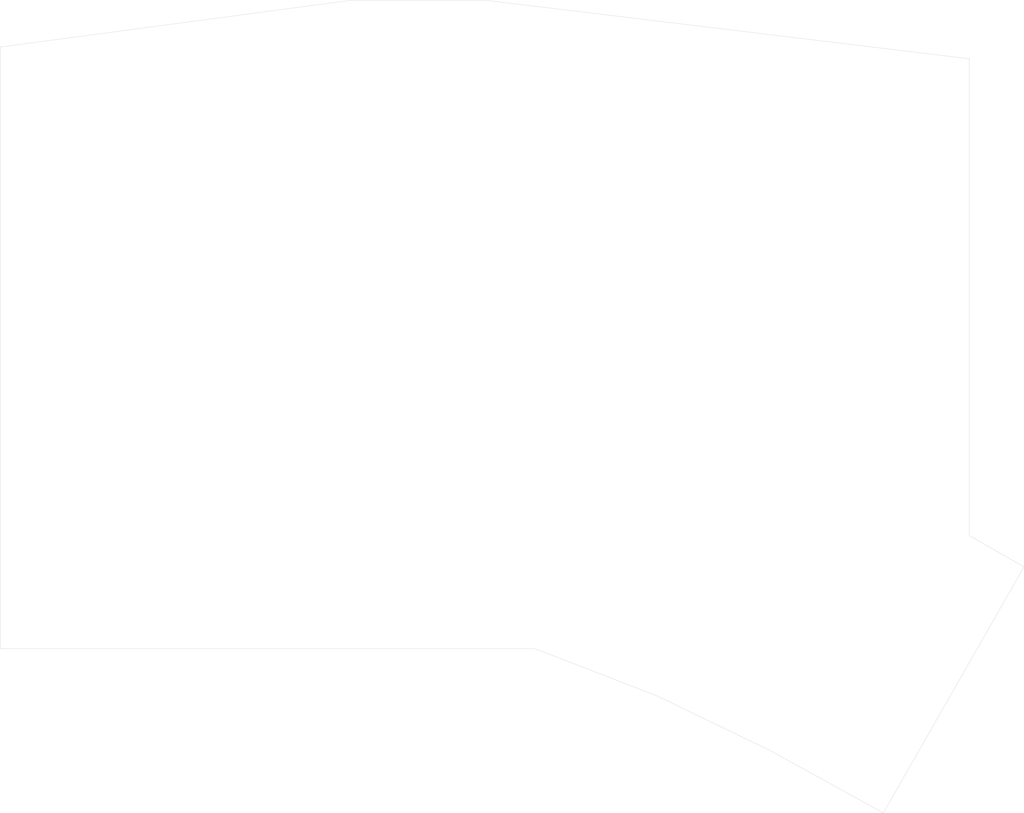
<source format=kicad_pcb>
(kicad_pcb (version 20171130) (host pcbnew "(5.1.6)-1")

  (general
    (thickness 1.6)
    (drawings 11)
    (tracks 0)
    (zones 0)
    (modules 0)
    (nets 1)
  )

  (page A4)
  (layers
    (0 F.Cu signal)
    (31 B.Cu signal)
    (32 B.Adhes user)
    (33 F.Adhes user)
    (34 B.Paste user)
    (35 F.Paste user)
    (36 B.SilkS user)
    (37 F.SilkS user)
    (38 B.Mask user)
    (39 F.Mask user)
    (40 Dwgs.User user)
    (41 Cmts.User user)
    (42 Eco1.User user)
    (43 Eco2.User user)
    (44 Edge.Cuts user)
    (45 Margin user)
    (46 B.CrtYd user)
    (47 F.CrtYd user)
    (48 B.Fab user)
    (49 F.Fab user)
  )

  (setup
    (last_trace_width 0.25)
    (trace_clearance 0.2)
    (zone_clearance 0.508)
    (zone_45_only no)
    (trace_min 0.2)
    (via_size 0.8)
    (via_drill 0.4)
    (via_min_size 0.4)
    (via_min_drill 0.3)
    (uvia_size 0.3)
    (uvia_drill 0.1)
    (uvias_allowed no)
    (uvia_min_size 0.2)
    (uvia_min_drill 0.1)
    (edge_width 0.05)
    (segment_width 0.2)
    (pcb_text_width 0.3)
    (pcb_text_size 1.5 1.5)
    (mod_edge_width 0.12)
    (mod_text_size 1 1)
    (mod_text_width 0.15)
    (pad_size 1.524 1.524)
    (pad_drill 0.762)
    (pad_to_mask_clearance 0.05)
    (aux_axis_origin 0 0)
    (visible_elements 7FFFFFFF)
    (pcbplotparams
      (layerselection 0x010fc_ffffffff)
      (usegerberextensions true)
      (usegerberattributes true)
      (usegerberadvancedattributes true)
      (creategerberjobfile true)
      (excludeedgelayer true)
      (linewidth 0.100000)
      (plotframeref false)
      (viasonmask false)
      (mode 1)
      (useauxorigin false)
      (hpglpennumber 1)
      (hpglpenspeed 20)
      (hpglpendiameter 15.000000)
      (psnegative false)
      (psa4output false)
      (plotreference true)
      (plotvalue true)
      (plotinvisibletext false)
      (padsonsilk false)
      (subtractmaskfromsilk false)
      (outputformat 1)
      (mirror false)
      (drillshape 0)
      (scaleselection 1)
      (outputdirectory "gerber/"))
  )

  (net 0 "")

  (net_class Default "This is the default net class."
    (clearance 0.2)
    (trace_width 0.25)
    (via_dia 0.8)
    (via_drill 0.4)
    (uvia_dia 0.3)
    (uvia_drill 0.1)
  )

  (gr_line (start 123.825 145.415) (end 104.14 137.795) (layer Edge.Cuts) (width 0.05) (tstamp 5EEB8184))
  (gr_line (start 142.24 154.305) (end 123.825 145.415) (layer Edge.Cuts) (width 0.05))
  (gr_line (start 142.24 154.305) (end 160.655 164.465) (layer Edge.Cuts) (width 0.05) (tstamp 5EEB8183))
  (gr_line (start 17.145 137.795) (end 17.145 40.005) (layer Edge.Cuts) (width 0.05) (tstamp 5EEB8182))
  (gr_line (start 104.14 137.795) (end 17.145 137.795) (layer Edge.Cuts) (width 0.05))
  (gr_line (start 183.515 124.46) (end 160.655 164.465) (layer Edge.Cuts) (width 0.05))
  (gr_line (start 174.625 119.38) (end 183.515 124.46) (layer Edge.Cuts) (width 0.05))
  (gr_line (start 174.625 41.91) (end 174.625 119.38) (layer Edge.Cuts) (width 0.05))
  (gr_line (start 95.885 32.385) (end 174.625 41.91) (layer Edge.Cuts) (width 0.05))
  (gr_line (start 74.295 32.385) (end 95.885 32.385) (layer Edge.Cuts) (width 0.05))
  (gr_line (start 17.145 40.005) (end 74.295 32.385) (layer Edge.Cuts) (width 0.05))

)

</source>
